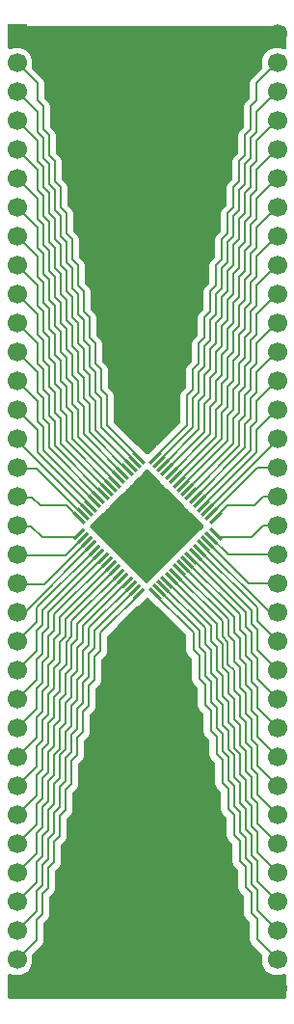
<source format=gtl>
G04 #@! TF.GenerationSoftware,KiCad,Pcbnew,9.0.6*
G04 #@! TF.CreationDate,2026-01-07T12:47:01-06:00*
G04 #@! TF.ProjectId,QFN-64_9x9_P0.5,51464e2d-3634-45f3-9978-395f50302e35,rev?*
G04 #@! TF.SameCoordinates,Original*
G04 #@! TF.FileFunction,Copper,L1,Top*
G04 #@! TF.FilePolarity,Positive*
%FSLAX46Y46*%
G04 Gerber Fmt 4.6, Leading zero omitted, Abs format (unit mm)*
G04 Created by KiCad (PCBNEW 9.0.6) date 2026-01-07 12:47:01*
%MOMM*%
%LPD*%
G01*
G04 APERTURE LIST*
G04 Aperture macros list*
%AMRotRect*
0 Rectangle, with rotation*
0 The origin of the aperture is its center*
0 $1 length*
0 $2 width*
0 $3 Rotation angle, in degrees counterclockwise*
0 Add horizontal line*
21,1,$1,$2,0,0,$3*%
G04 Aperture macros list end*
G04 #@! TA.AperFunction,SMDPad,CuDef*
%ADD10RotRect,0.300000X1.400000X45.000000*%
G04 #@! TD*
G04 #@! TA.AperFunction,SMDPad,CuDef*
%ADD11RotRect,0.300000X1.300000X315.000000*%
G04 #@! TD*
G04 #@! TA.AperFunction,SMDPad,CuDef*
%ADD12RotRect,0.300000X1.400000X315.000000*%
G04 #@! TD*
G04 #@! TA.AperFunction,ComponentPad*
%ADD13C,1.000000*%
G04 #@! TD*
G04 #@! TA.AperFunction,SMDPad,CuDef*
%ADD14RotRect,6.100000X6.100000X315.000000*%
G04 #@! TD*
G04 #@! TA.AperFunction,ComponentPad*
%ADD15R,1.700000X1.700000*%
G04 #@! TD*
G04 #@! TA.AperFunction,ComponentPad*
%ADD16C,1.700000*%
G04 #@! TD*
G04 #@! TA.AperFunction,ViaPad*
%ADD17C,0.600000*%
G04 #@! TD*
G04 #@! TA.AperFunction,Conductor*
%ADD18C,0.200000*%
G04 #@! TD*
G04 APERTURE END LIST*
D10*
X120704893Y-116925592D03*
X120351340Y-117279146D03*
X119997786Y-117632699D03*
X119644233Y-117986253D03*
X119290680Y-118339806D03*
X118937126Y-118693359D03*
X118583573Y-119046913D03*
X118230019Y-119400466D03*
X117876466Y-119754019D03*
X117522913Y-120107573D03*
X117169359Y-120461126D03*
X116815806Y-120814680D03*
X116462253Y-121168233D03*
X116108699Y-121521786D03*
X115755146Y-121875340D03*
X115401592Y-122228893D03*
D11*
X115401592Y-123643107D03*
X115755146Y-123996660D03*
X116108699Y-124350214D03*
X116462253Y-124703767D03*
X116815806Y-125057320D03*
X117169359Y-125410874D03*
X117522913Y-125764427D03*
X117876466Y-126117981D03*
X118230019Y-126471534D03*
X118583573Y-126825087D03*
X118937126Y-127178641D03*
X119290680Y-127532194D03*
X119644233Y-127885747D03*
X119997786Y-128239301D03*
X120351340Y-128592854D03*
X120704893Y-128946408D03*
D10*
X122119107Y-128946408D03*
X122472660Y-128592854D03*
X122826214Y-128239301D03*
X123179767Y-127885747D03*
X123533320Y-127532194D03*
X123886874Y-127178641D03*
X124240427Y-126825087D03*
X124593981Y-126471534D03*
X124947534Y-126117981D03*
X125301087Y-125764427D03*
X125654641Y-125410874D03*
X126008194Y-125057320D03*
X126361747Y-124703767D03*
X126715301Y-124350214D03*
X127068854Y-123996660D03*
X127422408Y-123643107D03*
D12*
X127422408Y-122228893D03*
X127068854Y-121875340D03*
X126715301Y-121521786D03*
X126361747Y-121168233D03*
X126008194Y-120814680D03*
X125654641Y-120461126D03*
X125301087Y-120107573D03*
X124947534Y-119754019D03*
X124593981Y-119400466D03*
X124240427Y-119046913D03*
X123886874Y-118693359D03*
X123533320Y-118339806D03*
X123179767Y-117986253D03*
X122826214Y-117632699D03*
X122472660Y-117279146D03*
X122119107Y-116925592D03*
D13*
X119997786Y-121521786D03*
X121412000Y-120107573D03*
X118583573Y-122936000D03*
X122826214Y-121521786D03*
X121412000Y-122936000D03*
D14*
X121412000Y-122936000D03*
D13*
X119997786Y-124350214D03*
X124240427Y-122936000D03*
X121412000Y-125764427D03*
X122826214Y-124350214D03*
D15*
X109982000Y-79756000D03*
D16*
X109982000Y-82296000D03*
X109982000Y-84836000D03*
X109982000Y-87376000D03*
X109982000Y-89916000D03*
X109982000Y-92456000D03*
X109982000Y-94996000D03*
X109982000Y-97536000D03*
X109982000Y-100076000D03*
X109982000Y-102616000D03*
X109982000Y-105156000D03*
X109982000Y-107696000D03*
X109982000Y-110236000D03*
X109982000Y-112776000D03*
X109982000Y-115316000D03*
X109982000Y-117856000D03*
X109982000Y-120396000D03*
X109982000Y-122936000D03*
X109982000Y-125476000D03*
X109982000Y-128016000D03*
X109982000Y-130556000D03*
X109982000Y-133096000D03*
X109982000Y-135636000D03*
X109982000Y-138176000D03*
X109982000Y-140716000D03*
X109982000Y-143256000D03*
X109982000Y-145796000D03*
X109982000Y-148336000D03*
X109982000Y-150876000D03*
X109982000Y-153416000D03*
X109982000Y-155956000D03*
X109982000Y-158496000D03*
X109982000Y-161036000D03*
X109982000Y-163576000D03*
X132842000Y-79756000D03*
X132842000Y-82296000D03*
X132842000Y-84836000D03*
X132842000Y-87376000D03*
X132842000Y-89916000D03*
X132842000Y-92456000D03*
X132842000Y-94996000D03*
X132842000Y-97536000D03*
X132842000Y-100076000D03*
X132842000Y-102616000D03*
X132842000Y-105156000D03*
X132842000Y-107696000D03*
X132842000Y-110236000D03*
X132842000Y-112776000D03*
X132842000Y-115316000D03*
X132842000Y-117856000D03*
X132842000Y-120396000D03*
X132842000Y-122936000D03*
X132842000Y-125476000D03*
X132842000Y-128016000D03*
X132842000Y-130556000D03*
X132842000Y-133096000D03*
X132842000Y-135636000D03*
X132842000Y-138176000D03*
X132842000Y-140716000D03*
X132842000Y-143256000D03*
X132842000Y-145796000D03*
X132842000Y-148336000D03*
X132842000Y-150876000D03*
X132842000Y-153416000D03*
X132842000Y-155956000D03*
X132842000Y-158496000D03*
X132842000Y-161036000D03*
X132842000Y-163576000D03*
D17*
X121412000Y-115316000D03*
X121412000Y-130556000D03*
X121400000Y-89510000D03*
X121410000Y-157340000D03*
D18*
X112776000Y-111506000D02*
X112268000Y-110998000D01*
X111760000Y-108712000D02*
X111760000Y-106934000D01*
X113284000Y-113792000D02*
X112776000Y-113284000D01*
X113284000Y-115868660D02*
X113284000Y-113792000D01*
X112268000Y-110998000D02*
X112268000Y-109220000D01*
X112776000Y-113284000D02*
X112776000Y-111506000D01*
X112268000Y-109220000D02*
X111760000Y-108712000D01*
X117735045Y-120319705D02*
X113284000Y-115868660D01*
X111760000Y-106934000D02*
X109982000Y-105156000D01*
X114300000Y-100584000D02*
X113792000Y-100076000D01*
X114300000Y-102362000D02*
X114300000Y-100584000D01*
X120209918Y-117844831D02*
X116840000Y-114474913D01*
X116332000Y-111506000D02*
X116332000Y-109728000D01*
X111760000Y-90932000D02*
X111760000Y-89154000D01*
X116840000Y-112014000D02*
X116332000Y-111506000D01*
X112268000Y-93218000D02*
X112268000Y-91440000D01*
X116332000Y-109728000D02*
X115824000Y-109220000D01*
X112776000Y-93726000D02*
X112268000Y-93218000D01*
X112776000Y-95504000D02*
X112776000Y-93726000D01*
X113284000Y-97790000D02*
X113284000Y-96012000D01*
X115316000Y-106934000D02*
X115316000Y-105156000D01*
X115316000Y-105156000D02*
X114808000Y-104648000D01*
X115824000Y-109220000D02*
X115824000Y-107442000D01*
X111760000Y-89154000D02*
X109982000Y-87376000D01*
X114808000Y-104648000D02*
X114808000Y-102870000D01*
X115824000Y-107442000D02*
X115316000Y-106934000D01*
X112268000Y-91440000D02*
X111760000Y-90932000D01*
X113792000Y-98298000D02*
X113284000Y-97790000D01*
X113792000Y-100076000D02*
X113792000Y-98298000D01*
X114808000Y-102870000D02*
X114300000Y-102362000D01*
X113284000Y-96012000D02*
X112776000Y-95504000D01*
X116840000Y-114474913D02*
X116840000Y-112014000D01*
X112268000Y-99060000D02*
X111760000Y-98552000D01*
X114808000Y-112268000D02*
X114808000Y-110490000D01*
X112776000Y-101346000D02*
X112268000Y-100838000D01*
X111760000Y-98552000D02*
X111760000Y-96774000D01*
X113284000Y-105410000D02*
X113284000Y-103632000D01*
X113792000Y-107696000D02*
X113792000Y-105918000D01*
X115316000Y-112776000D02*
X114808000Y-112268000D01*
X111760000Y-96774000D02*
X109982000Y-94996000D01*
X113792000Y-105918000D02*
X113284000Y-105410000D01*
X114808000Y-110490000D02*
X114300000Y-109982000D01*
X112776000Y-103124000D02*
X112776000Y-101346000D01*
X114300000Y-109982000D02*
X114300000Y-108204000D01*
X115316000Y-115072233D02*
X115316000Y-112776000D01*
X114300000Y-108204000D02*
X113792000Y-107696000D01*
X112268000Y-100838000D02*
X112268000Y-99060000D01*
X119149258Y-118905491D02*
X115316000Y-115072233D01*
X113284000Y-103632000D02*
X112776000Y-103124000D01*
X114300000Y-115470446D02*
X114300000Y-113284000D01*
X114300000Y-113284000D02*
X113792000Y-112776000D01*
X112776000Y-108204000D02*
X112776000Y-106426000D01*
X113792000Y-112776000D02*
X113792000Y-110998000D01*
X111760000Y-103632000D02*
X111760000Y-101854000D01*
X113284000Y-110490000D02*
X113284000Y-108712000D01*
X112268000Y-105918000D02*
X112268000Y-104140000D01*
X112268000Y-104140000D02*
X111760000Y-103632000D01*
X111760000Y-101854000D02*
X109982000Y-100076000D01*
X113284000Y-108712000D02*
X112776000Y-108204000D01*
X118442152Y-119612598D02*
X114300000Y-115470446D01*
X113792000Y-110998000D02*
X113284000Y-110490000D01*
X112776000Y-106426000D02*
X112268000Y-105918000D01*
X115316000Y-100076000D02*
X114808000Y-99568000D01*
X111760000Y-84074000D02*
X109982000Y-82296000D01*
X117856000Y-111506000D02*
X117348000Y-110998000D01*
X114808000Y-99568000D02*
X114808000Y-97790000D01*
X117348000Y-109220000D02*
X116840000Y-108712000D01*
X114808000Y-97790000D02*
X114300000Y-97282000D01*
X115316000Y-101854000D02*
X115316000Y-100076000D01*
X116840000Y-106934000D02*
X116332000Y-106426000D01*
X116840000Y-108712000D02*
X116840000Y-106934000D01*
X113284000Y-90932000D02*
X112776000Y-90424000D01*
X111760000Y-85598000D02*
X111760000Y-84074000D01*
X115824000Y-104140000D02*
X115824000Y-102362000D01*
X114300000Y-95504000D02*
X113792000Y-94996000D01*
X117348000Y-110998000D02*
X117348000Y-109220000D01*
X113792000Y-93218000D02*
X113284000Y-92710000D01*
X120917025Y-117137724D02*
X117856000Y-114076699D01*
X113792000Y-94996000D02*
X113792000Y-93218000D01*
X116332000Y-104648000D02*
X115824000Y-104140000D01*
X114300000Y-97282000D02*
X114300000Y-95504000D01*
X113284000Y-92710000D02*
X113284000Y-90932000D01*
X117856000Y-114076699D02*
X117856000Y-111506000D01*
X112268000Y-88138000D02*
X112268000Y-86106000D01*
X112776000Y-88646000D02*
X112268000Y-88138000D01*
X112776000Y-90424000D02*
X112776000Y-88646000D01*
X116332000Y-106426000D02*
X116332000Y-104648000D01*
X115824000Y-102362000D02*
X115316000Y-101854000D01*
X112268000Y-86106000D02*
X111760000Y-85598000D01*
X112268000Y-101600000D02*
X111760000Y-101092000D01*
X113792000Y-110236000D02*
X113792000Y-108458000D01*
X114300000Y-110744000D02*
X113792000Y-110236000D01*
X114300000Y-112522000D02*
X114300000Y-110744000D01*
X112268000Y-103378000D02*
X112268000Y-101600000D01*
X113284000Y-107950000D02*
X113284000Y-106172000D01*
X111760000Y-99314000D02*
X109982000Y-97536000D01*
X118795705Y-119259045D02*
X114808000Y-115271340D01*
X111760000Y-101092000D02*
X111760000Y-99314000D01*
X112776000Y-103886000D02*
X112268000Y-103378000D01*
X113284000Y-106172000D02*
X112776000Y-105664000D01*
X114808000Y-113030000D02*
X114300000Y-112522000D01*
X114808000Y-115271340D02*
X114808000Y-113030000D01*
X113792000Y-108458000D02*
X113284000Y-107950000D01*
X112776000Y-105664000D02*
X112776000Y-103886000D01*
X111760000Y-88392000D02*
X111760000Y-86614000D01*
X112268000Y-90678000D02*
X112268000Y-88900000D01*
X117348000Y-111760000D02*
X116840000Y-111252000D01*
X115316000Y-102616000D02*
X114808000Y-102108000D01*
X111760000Y-86614000D02*
X109982000Y-84836000D01*
X117348000Y-114275806D02*
X117348000Y-111760000D01*
X115824000Y-104902000D02*
X115316000Y-104394000D01*
X115824000Y-106680000D02*
X115824000Y-104902000D01*
X116332000Y-107188000D02*
X115824000Y-106680000D01*
X115316000Y-104394000D02*
X115316000Y-102616000D01*
X114808000Y-100330000D02*
X114300000Y-99822000D01*
X114808000Y-102108000D02*
X114808000Y-100330000D01*
X112776000Y-91186000D02*
X112268000Y-90678000D01*
X114300000Y-99822000D02*
X114300000Y-98044000D01*
X116332000Y-108966000D02*
X116332000Y-107188000D01*
X113284000Y-93472000D02*
X112776000Y-92964000D01*
X120563472Y-117491278D02*
X117348000Y-114275806D01*
X112268000Y-88900000D02*
X111760000Y-88392000D01*
X116840000Y-111252000D02*
X116840000Y-109474000D01*
X116840000Y-109474000D02*
X116332000Y-108966000D01*
X113792000Y-95758000D02*
X113284000Y-95250000D01*
X112776000Y-92964000D02*
X112776000Y-91186000D01*
X114300000Y-98044000D02*
X113792000Y-97536000D01*
X113284000Y-95250000D02*
X113284000Y-93472000D01*
X113792000Y-97536000D02*
X113792000Y-95758000D01*
X112428034Y-128018953D02*
X109967121Y-128018953D01*
X116305952Y-124141035D02*
X112428034Y-128018953D01*
X116659506Y-124494588D02*
X110595141Y-130558953D01*
X110595141Y-130558953D02*
X109967121Y-130558953D01*
X114260927Y-125478953D02*
X109967121Y-125478953D01*
X115952399Y-123787481D02*
X114260927Y-125478953D01*
X111760000Y-106172000D02*
X111760000Y-104394000D01*
X112776000Y-110744000D02*
X112776000Y-108966000D01*
X112776000Y-108966000D02*
X112268000Y-108458000D01*
X113792000Y-113538000D02*
X113284000Y-113030000D01*
X113284000Y-113030000D02*
X113284000Y-111252000D01*
X113284000Y-111252000D02*
X112776000Y-110744000D01*
X113792000Y-115669554D02*
X113792000Y-113538000D01*
X112268000Y-106680000D02*
X111760000Y-106172000D01*
X112268000Y-108458000D02*
X112268000Y-106680000D01*
X111760000Y-104394000D02*
X109982000Y-102616000D01*
X118088598Y-119966152D02*
X113792000Y-115669554D01*
X116305952Y-121736871D02*
X109967121Y-115398040D01*
X109967121Y-115398040D02*
X109967121Y-115318953D01*
X111745121Y-130116079D02*
X111745121Y-131320953D01*
X117013059Y-124848141D02*
X111745121Y-130116079D01*
X111745121Y-131320953D02*
X109967121Y-133098953D01*
X111254953Y-120398953D02*
X109967121Y-120398953D01*
X114312867Y-121158000D02*
X112014000Y-121158000D01*
X112014000Y-121158000D02*
X111254953Y-120398953D01*
X115598845Y-122443978D02*
X114312867Y-121158000D01*
X115952399Y-122090425D02*
X111720927Y-117858953D01*
X111720927Y-117858953D02*
X109967121Y-117858953D01*
X112250168Y-123952000D02*
X111237121Y-122938953D01*
X115598845Y-123433928D02*
X115080773Y-123952000D01*
X111237121Y-122938953D02*
X109967121Y-122938953D01*
X115080773Y-123952000D02*
X112250168Y-123952000D01*
X111760000Y-94234000D02*
X109982000Y-92456000D01*
X112268000Y-96520000D02*
X111760000Y-96012000D01*
X113284000Y-102870000D02*
X113284000Y-101092000D01*
X115824000Y-114873126D02*
X115824000Y-112522000D01*
X114300000Y-105664000D02*
X113792000Y-105156000D01*
X111760000Y-96012000D02*
X111760000Y-94234000D01*
X112776000Y-100584000D02*
X112776000Y-98806000D01*
X113792000Y-103378000D02*
X113284000Y-102870000D01*
X114808000Y-107950000D02*
X114300000Y-107442000D01*
X119502812Y-118551938D02*
X115824000Y-114873126D01*
X113792000Y-105156000D02*
X113792000Y-103378000D01*
X115824000Y-112522000D02*
X115316000Y-112014000D01*
X114300000Y-107442000D02*
X114300000Y-105664000D01*
X115316000Y-112014000D02*
X115316000Y-110236000D01*
X112268000Y-98298000D02*
X112268000Y-96520000D01*
X115316000Y-110236000D02*
X114808000Y-109728000D01*
X112776000Y-98806000D02*
X112268000Y-98298000D01*
X114808000Y-109728000D02*
X114808000Y-107950000D01*
X113284000Y-101092000D02*
X112776000Y-100584000D01*
X114808000Y-105410000D02*
X114300000Y-104902000D01*
X112776000Y-98044000D02*
X112776000Y-96266000D01*
X113284000Y-98552000D02*
X112776000Y-98044000D01*
X113284000Y-100330000D02*
X113284000Y-98552000D01*
X111760000Y-93472000D02*
X111760000Y-91694000D01*
X115824000Y-111760000D02*
X115824000Y-109982000D01*
X116332000Y-112268000D02*
X115824000Y-111760000D01*
X115316000Y-109474000D02*
X115316000Y-107696000D01*
X114300000Y-103124000D02*
X113792000Y-102616000D01*
X119856365Y-118198385D02*
X116332000Y-114674020D01*
X113792000Y-102616000D02*
X113792000Y-100838000D01*
X112776000Y-96266000D02*
X112268000Y-95758000D01*
X112268000Y-93980000D02*
X111760000Y-93472000D01*
X116332000Y-114674020D02*
X116332000Y-112268000D01*
X114808000Y-107188000D02*
X114808000Y-105410000D01*
X115316000Y-107696000D02*
X114808000Y-107188000D01*
X115824000Y-109982000D02*
X115316000Y-109474000D01*
X112268000Y-95758000D02*
X112268000Y-93980000D01*
X113792000Y-100838000D02*
X113284000Y-100330000D01*
X111760000Y-91694000D02*
X109982000Y-89916000D01*
X114300000Y-104902000D02*
X114300000Y-103124000D01*
X116674385Y-121380365D02*
X111760000Y-116465980D01*
X111760000Y-116465980D02*
X111760000Y-114554000D01*
X111760000Y-114554000D02*
X109982000Y-112776000D01*
X112268000Y-116266874D02*
X112268000Y-114300000D01*
X111760000Y-112014000D02*
X109982000Y-110236000D01*
X117027938Y-121026812D02*
X112268000Y-116266874D01*
X112268000Y-114300000D02*
X111760000Y-113792000D01*
X111760000Y-113792000D02*
X111760000Y-112014000D01*
X112268000Y-113538000D02*
X112268000Y-111760000D01*
X112268000Y-111760000D02*
X111760000Y-111252000D01*
X112776000Y-114046000D02*
X112268000Y-113538000D01*
X111760000Y-111252000D02*
X111760000Y-109474000D01*
X117381491Y-120673258D02*
X112776000Y-116067767D01*
X111760000Y-109474000D02*
X109982000Y-107696000D01*
X112776000Y-116067767D02*
X112776000Y-114046000D01*
X112253121Y-155196953D02*
X112253121Y-156974953D01*
X114285121Y-147830953D02*
X113777121Y-148338953D01*
X116825121Y-136400953D02*
X116317121Y-136908953D01*
X115809121Y-140972953D02*
X115301121Y-141480953D01*
X115301121Y-141480953D02*
X115301121Y-143004953D01*
X115809121Y-139194953D02*
X115809121Y-140972953D01*
X112761121Y-154688953D02*
X112253121Y-155196953D01*
X114793121Y-145544953D02*
X114285121Y-146052953D01*
X112761121Y-152910953D02*
X112761121Y-154688953D01*
X120902146Y-128737229D02*
X117333121Y-132306254D01*
X111745121Y-159260953D02*
X109967121Y-161038953D01*
X114793121Y-143512953D02*
X114793121Y-145544953D01*
X114285121Y-146052953D02*
X114285121Y-147830953D01*
X113777121Y-148338953D02*
X113777121Y-150116953D01*
X116825121Y-134368953D02*
X116825121Y-136400953D01*
X111745121Y-157482953D02*
X111745121Y-159260953D01*
X117333121Y-133860953D02*
X116825121Y-134368953D01*
X116317121Y-136908953D02*
X116317121Y-138686953D01*
X112253121Y-156974953D02*
X111745121Y-157482953D01*
X113269121Y-152402953D02*
X112761121Y-152910953D01*
X113777121Y-150116953D02*
X113269121Y-150624953D01*
X113269121Y-150624953D02*
X113269121Y-152402953D01*
X116317121Y-138686953D02*
X115809121Y-139194953D01*
X115301121Y-143004953D02*
X114793121Y-143512953D01*
X117333121Y-132306254D02*
X117333121Y-133860953D01*
X114793121Y-140464953D02*
X114285121Y-140972953D01*
X113777121Y-145036953D02*
X113269121Y-145544953D01*
X112761121Y-147830953D02*
X112761121Y-149608953D01*
X113269121Y-147322953D02*
X112761121Y-147830953D01*
X111745121Y-152402953D02*
X111745121Y-154180953D01*
X114285121Y-142554639D02*
X113777121Y-143062639D01*
X113269121Y-145544953D02*
X113269121Y-147322953D01*
X116317121Y-133352953D02*
X115809121Y-133860953D01*
X113777121Y-143062639D02*
X113777121Y-145036953D01*
X115809121Y-135892953D02*
X115301121Y-136400953D01*
X116317121Y-131908040D02*
X116317121Y-133352953D01*
X112253121Y-151894953D02*
X111745121Y-152402953D01*
X120195039Y-128030122D02*
X116317121Y-131908040D01*
X111745121Y-154180953D02*
X109967121Y-155958953D01*
X115809121Y-133860953D02*
X115809121Y-135892953D01*
X112761121Y-149608953D02*
X112253121Y-150116953D01*
X114285121Y-140972953D02*
X114285121Y-142554639D01*
X115301121Y-136400953D02*
X115301121Y-138178953D01*
X115301121Y-138178953D02*
X114793121Y-138686953D01*
X114793121Y-138686953D02*
X114793121Y-140464953D01*
X112253121Y-150116953D02*
X112253121Y-151894953D01*
X112253121Y-147576953D02*
X112253121Y-149354953D01*
X113777121Y-140718953D02*
X113777121Y-142496953D01*
X115809121Y-131708933D02*
X115809121Y-133098953D01*
X115301121Y-133606953D02*
X115301121Y-135638953D01*
X111745121Y-149862953D02*
X111745121Y-151640953D01*
X112253121Y-149354953D02*
X111745121Y-149862953D01*
X113269121Y-144782953D02*
X112761121Y-145290953D01*
X112761121Y-145290953D02*
X112761121Y-147068953D01*
X114285121Y-140210953D02*
X113777121Y-140718953D01*
X114285121Y-138432953D02*
X114285121Y-140210953D01*
X119841486Y-127676568D02*
X115809121Y-131708933D01*
X114793121Y-137924953D02*
X114285121Y-138432953D01*
X115809121Y-133098953D02*
X115301121Y-133606953D01*
X113777121Y-142496953D02*
X113269121Y-143004953D01*
X114793121Y-136146953D02*
X114793121Y-137924953D01*
X115301121Y-135638953D02*
X114793121Y-136146953D01*
X111745121Y-151640953D02*
X109967121Y-153418953D01*
X112761121Y-147068953D02*
X112253121Y-147576953D01*
X113269121Y-143004953D02*
X113269121Y-144782953D01*
X112253121Y-134876953D02*
X112253121Y-136654953D01*
X112761121Y-134368953D02*
X112253121Y-134876953D01*
X111745121Y-137162953D02*
X111745121Y-138940953D01*
X113269121Y-132082953D02*
X112761121Y-132590953D01*
X118073719Y-125908801D02*
X113269121Y-130713399D01*
X111745121Y-138940953D02*
X109967121Y-140718953D01*
X113269121Y-130713399D02*
X113269121Y-132082953D01*
X112253121Y-136654953D02*
X111745121Y-137162953D01*
X112761121Y-132590953D02*
X112761121Y-134368953D01*
X111745121Y-144782953D02*
X111745121Y-146560953D01*
X113269121Y-139702953D02*
X112761121Y-140210953D01*
X112761121Y-141988953D02*
X112253121Y-142496953D01*
X114313964Y-133127796D02*
X114313964Y-135102110D01*
X114793121Y-132648639D02*
X114313964Y-133127796D01*
X112253121Y-142496953D02*
X112253121Y-144274953D01*
X119134379Y-126969462D02*
X114793121Y-131310720D01*
X113777121Y-135638953D02*
X113777121Y-137416953D01*
X114313964Y-135102110D02*
X113777121Y-135638953D01*
X112253121Y-144274953D02*
X111745121Y-144782953D01*
X112761121Y-140210953D02*
X112761121Y-141988953D01*
X111745121Y-146560953D02*
X109967121Y-148338953D01*
X113777121Y-137416953D02*
X113269121Y-137924953D01*
X113269121Y-137924953D02*
X113269121Y-139702953D01*
X114793121Y-131310720D02*
X114793121Y-132648639D01*
X112761121Y-142750953D02*
X112761121Y-144528953D01*
X111745121Y-149100953D02*
X109967121Y-150878953D01*
X115301121Y-131509827D02*
X115301121Y-132844953D01*
X111745121Y-147322953D02*
X111745121Y-149100953D01*
X119487933Y-127323015D02*
X115301121Y-131509827D01*
X112253121Y-145036953D02*
X112253121Y-146814953D01*
X114285121Y-135892953D02*
X114285121Y-137670953D01*
X114285121Y-137670953D02*
X113777121Y-138178953D01*
X113777121Y-138178953D02*
X113777121Y-139956953D01*
X113269121Y-140464953D02*
X113269121Y-142242953D01*
X112253121Y-146814953D02*
X111745121Y-147322953D01*
X115301121Y-132844953D02*
X114793121Y-133352953D01*
X112761121Y-144528953D02*
X112253121Y-145036953D01*
X114793121Y-135384953D02*
X114285121Y-135892953D01*
X113777121Y-139956953D02*
X113269121Y-140464953D01*
X114793121Y-133352953D02*
X114793121Y-135384953D01*
X113269121Y-142242953D02*
X112761121Y-142750953D01*
X120548593Y-128383675D02*
X116825121Y-132107147D01*
X116317121Y-134114953D02*
X116317121Y-136146953D01*
X113269121Y-148084953D02*
X113269121Y-149862953D01*
X113777121Y-147576953D02*
X113269121Y-148084953D01*
X115301121Y-140718953D02*
X114793121Y-141226953D01*
X114285121Y-143258953D02*
X114285121Y-145290953D01*
X112761121Y-150370953D02*
X112761121Y-152148953D01*
X116317121Y-136146953D02*
X115809121Y-136654953D01*
X113777121Y-145798953D02*
X113777121Y-147576953D01*
X114793121Y-141226953D02*
X114793121Y-142750953D01*
X114285121Y-145290953D02*
X113777121Y-145798953D01*
X111745121Y-156720953D02*
X109967121Y-158498953D01*
X114793121Y-142750953D02*
X114285121Y-143258953D01*
X116825121Y-132107147D02*
X116825121Y-133606953D01*
X112253121Y-152656953D02*
X112253121Y-154434953D01*
X115809121Y-136654953D02*
X115809121Y-138432953D01*
X115301121Y-138940953D02*
X115301121Y-140718953D01*
X112253121Y-154434953D02*
X111745121Y-154942953D01*
X115809121Y-138432953D02*
X115301121Y-138940953D01*
X111745121Y-154942953D02*
X111745121Y-156720953D01*
X116825121Y-133606953D02*
X116317121Y-134114953D01*
X112761121Y-152148953D02*
X112253121Y-152656953D01*
X113269121Y-149862953D02*
X112761121Y-150370953D01*
X114285121Y-131111613D02*
X114285121Y-132590953D01*
X112761121Y-139448953D02*
X112253121Y-139956953D01*
X112253121Y-141734953D02*
X111745121Y-142242953D01*
X118780826Y-126615908D02*
X114285121Y-131111613D01*
X113777121Y-133098953D02*
X113777121Y-134876953D01*
X113269121Y-137162953D02*
X112761121Y-137670953D01*
X111745121Y-144020953D02*
X109967121Y-145798953D01*
X112253121Y-139956953D02*
X112253121Y-141734953D01*
X114285121Y-132590953D02*
X113777121Y-133098953D01*
X111745121Y-142242953D02*
X111745121Y-144020953D01*
X112761121Y-137670953D02*
X112761121Y-139448953D01*
X113269121Y-135384953D02*
X113269121Y-137162953D01*
X113777121Y-134876953D02*
X113269121Y-135384953D01*
X118427273Y-126262355D02*
X113777121Y-130912507D01*
X111745121Y-139702953D02*
X111745121Y-141480953D01*
X113777121Y-130912507D02*
X113777121Y-132336953D01*
X112253121Y-139194953D02*
X111745121Y-139702953D01*
X111745121Y-141480953D02*
X109967121Y-143258953D01*
X113269121Y-134622953D02*
X112761121Y-135130953D01*
X112761121Y-136908953D02*
X112253121Y-137416953D01*
X112253121Y-137416953D02*
X112253121Y-139194953D01*
X112761121Y-135130953D02*
X112761121Y-136908953D01*
X113269121Y-132844953D02*
X113269121Y-134622953D01*
X113777121Y-132336953D02*
X113269121Y-132844953D01*
X112253121Y-130315186D02*
X112253121Y-131574953D01*
X117366612Y-125201695D02*
X112253121Y-130315186D01*
X111745121Y-133860953D02*
X109967121Y-135638953D01*
X111745121Y-132082953D02*
X111745121Y-133860953D01*
X112253121Y-131574953D02*
X111745121Y-132082953D01*
X111745121Y-134622953D02*
X111745121Y-136400953D01*
X111745121Y-136400953D02*
X109967121Y-138178953D01*
X112761121Y-131828953D02*
X112253121Y-132336953D01*
X112253121Y-134114953D02*
X111745121Y-134622953D01*
X112253121Y-132336953D02*
X112253121Y-134114953D01*
X112761121Y-130514293D02*
X112761121Y-131828953D01*
X117720166Y-125555248D02*
X112761121Y-130514293D01*
X132213980Y-130556000D02*
X132842000Y-130556000D01*
X126149615Y-124491635D02*
X132213980Y-130556000D01*
X126982772Y-112515002D02*
X127490772Y-112007002D01*
X129522772Y-102863002D02*
X129522772Y-101085002D01*
X129522772Y-101085002D02*
X130030772Y-100577002D01*
X131046772Y-94227002D02*
X132824772Y-92449002D01*
X130030772Y-100577002D02*
X130030772Y-98799002D01*
X129014772Y-103371002D02*
X129522772Y-102863002D01*
X126982772Y-114866128D02*
X126982772Y-112515002D01*
X128506772Y-105657002D02*
X129014772Y-105149002D01*
X131046772Y-96005002D02*
X131046772Y-94227002D01*
X127998772Y-107943002D02*
X128506772Y-107435002D01*
X127998772Y-109721002D02*
X127998772Y-107943002D01*
X129014772Y-105149002D02*
X129014772Y-103371002D01*
X128506772Y-107435002D02*
X128506772Y-105657002D01*
X130538772Y-98291002D02*
X130538772Y-96513002D01*
X123303960Y-118544940D02*
X126982772Y-114866128D01*
X127490772Y-110229002D02*
X127998772Y-109721002D01*
X127490772Y-112007002D02*
X127490772Y-110229002D01*
X130030772Y-98799002D02*
X130538772Y-98291002D01*
X130538772Y-96513002D02*
X131046772Y-96005002D01*
X128548194Y-125476000D02*
X132842000Y-125476000D01*
X126856722Y-123784528D02*
X128548194Y-125476000D01*
X129540000Y-139700000D02*
X130048000Y-140208000D01*
X128495157Y-135099157D02*
X129032000Y-135636000D01*
X128016000Y-132645686D02*
X128495157Y-133124843D01*
X129032000Y-135636000D02*
X129032000Y-137414000D01*
X130556000Y-142494000D02*
X130556000Y-144272000D01*
X131064000Y-144780000D02*
X131064000Y-146558000D01*
X128016000Y-131307767D02*
X128016000Y-132645686D01*
X130048000Y-141986000D02*
X130556000Y-142494000D01*
X123674742Y-126966509D02*
X128016000Y-131307767D01*
X130556000Y-144272000D02*
X131064000Y-144780000D01*
X131064000Y-146558000D02*
X132842000Y-148336000D01*
X129032000Y-137414000D02*
X129540000Y-137922000D01*
X128495157Y-133124843D02*
X128495157Y-135099157D01*
X129540000Y-137922000D02*
X129540000Y-139700000D01*
X130048000Y-140208000D02*
X130048000Y-141986000D01*
X130030772Y-111499002D02*
X130538772Y-110991002D01*
X131046772Y-108705002D02*
X131046772Y-106927002D01*
X129522772Y-115861662D02*
X129522772Y-113785002D01*
X129522772Y-113785002D02*
X130030772Y-113277002D01*
X130538772Y-110991002D02*
X130538772Y-109213002D01*
X130538772Y-109213002D02*
X131046772Y-108705002D01*
X131046772Y-106927002D02*
X132824772Y-105149002D01*
X130030772Y-113277002D02*
X130030772Y-111499002D01*
X125071727Y-120312707D02*
X129522772Y-115861662D01*
X130381087Y-128016000D02*
X132842000Y-128016000D01*
X126503169Y-124138082D02*
X130381087Y-128016000D01*
X130556000Y-147574000D02*
X130556000Y-149352000D01*
X127508000Y-133604000D02*
X127508000Y-135636000D01*
X127000000Y-131705980D02*
X127000000Y-133096000D01*
X131064000Y-149860000D02*
X131064000Y-151638000D01*
X129540000Y-143002000D02*
X129540000Y-144780000D01*
X122967635Y-127673615D02*
X127000000Y-131705980D01*
X130556000Y-149352000D02*
X131064000Y-149860000D01*
X130048000Y-145288000D02*
X130048000Y-147066000D01*
X128016000Y-136144000D02*
X128016000Y-137922000D01*
X127508000Y-135636000D02*
X128016000Y-136144000D01*
X130048000Y-147066000D02*
X130556000Y-147574000D01*
X129540000Y-144780000D02*
X130048000Y-145288000D01*
X127000000Y-133096000D02*
X127508000Y-133604000D01*
X129032000Y-140716000D02*
X129032000Y-142494000D01*
X131064000Y-151638000D02*
X132842000Y-153416000D01*
X128524000Y-138430000D02*
X128524000Y-140208000D01*
X128016000Y-137922000D02*
X128524000Y-138430000D01*
X128524000Y-140208000D02*
X129032000Y-140716000D01*
X129032000Y-142494000D02*
X129540000Y-143002000D01*
X126132387Y-121373367D02*
X131046772Y-116458982D01*
X131046772Y-114547002D02*
X132824772Y-112769002D01*
X131046772Y-116458982D02*
X131046772Y-114547002D01*
X121906975Y-128734276D02*
X125476000Y-132303301D01*
X129540000Y-150622000D02*
X129540000Y-152400000D01*
X129032000Y-148336000D02*
X129032000Y-150114000D01*
X127000000Y-139192000D02*
X127000000Y-140970000D01*
X129032000Y-150114000D02*
X129540000Y-150622000D01*
X125476000Y-132303301D02*
X125476000Y-133858000D01*
X131064000Y-159258000D02*
X132842000Y-161036000D01*
X131064000Y-157480000D02*
X131064000Y-159258000D01*
X130556000Y-156972000D02*
X131064000Y-157480000D01*
X128016000Y-145542000D02*
X128524000Y-146050000D01*
X127000000Y-140970000D02*
X127508000Y-141478000D01*
X125476000Y-133858000D02*
X125984000Y-134366000D01*
X129540000Y-152400000D02*
X130048000Y-152908000D01*
X127508000Y-141478000D02*
X127508000Y-143002000D01*
X125984000Y-134366000D02*
X125984000Y-136398000D01*
X127508000Y-143002000D02*
X128016000Y-143510000D01*
X126492000Y-136906000D02*
X126492000Y-138684000D01*
X126492000Y-138684000D02*
X127000000Y-139192000D01*
X130048000Y-152908000D02*
X130048000Y-154686000D01*
X130556000Y-155194000D02*
X130556000Y-156972000D01*
X128524000Y-147828000D02*
X129032000Y-148336000D01*
X130048000Y-154686000D02*
X130556000Y-155194000D01*
X128524000Y-146050000D02*
X128524000Y-147828000D01*
X128016000Y-143510000D02*
X128016000Y-145542000D01*
X125984000Y-136398000D02*
X126492000Y-136906000D01*
X127490772Y-105149002D02*
X127998772Y-104641002D01*
X131046772Y-89147002D02*
X132824772Y-87369002D01*
X122596854Y-117837833D02*
X125966772Y-114467915D01*
X126982772Y-109213002D02*
X126982772Y-107435002D01*
X129014772Y-100069002D02*
X129014772Y-98291002D01*
X126982772Y-107435002D02*
X127490772Y-106927002D01*
X130538772Y-93211002D02*
X130538772Y-91433002D01*
X126474772Y-109721002D02*
X126982772Y-109213002D01*
X130538772Y-91433002D02*
X131046772Y-90925002D01*
X128506772Y-100577002D02*
X129014772Y-100069002D01*
X125966772Y-114467915D02*
X125966772Y-112007002D01*
X125966772Y-112007002D02*
X126474772Y-111499002D01*
X127998772Y-104641002D02*
X127998772Y-102863002D01*
X127998772Y-102863002D02*
X128506772Y-102355002D01*
X128506772Y-102355002D02*
X128506772Y-100577002D01*
X126474772Y-111499002D02*
X126474772Y-109721002D01*
X129522772Y-97783002D02*
X129522772Y-96005002D01*
X129014772Y-98291002D02*
X129522772Y-97783002D01*
X131046772Y-90925002D02*
X131046772Y-89147002D01*
X129522772Y-96005002D02*
X130030772Y-95497002D01*
X130030772Y-93719002D02*
X130538772Y-93211002D01*
X130030772Y-95497002D02*
X130030772Y-93719002D01*
X127490772Y-106927002D02*
X127490772Y-105149002D01*
X127508000Y-131506874D02*
X127508000Y-132842000D01*
X128016000Y-135382000D02*
X128524000Y-135890000D01*
X127508000Y-132842000D02*
X128016000Y-133350000D01*
X130048000Y-142748000D02*
X130048000Y-144526000D01*
X129032000Y-138176000D02*
X129032000Y-139954000D01*
X128524000Y-137668000D02*
X129032000Y-138176000D01*
X128016000Y-133350000D02*
X128016000Y-135382000D01*
X128524000Y-135890000D02*
X128524000Y-137668000D01*
X123321188Y-127320062D02*
X127508000Y-131506874D01*
X129032000Y-139954000D02*
X129540000Y-140462000D01*
X131064000Y-149098000D02*
X132842000Y-150876000D01*
X131064000Y-147320000D02*
X131064000Y-149098000D01*
X129540000Y-142240000D02*
X130048000Y-142748000D01*
X130556000Y-145034000D02*
X130556000Y-146812000D01*
X129540000Y-140462000D02*
X129540000Y-142240000D01*
X130556000Y-146812000D02*
X131064000Y-147320000D01*
X130048000Y-144526000D02*
X130556000Y-145034000D01*
X130538772Y-106673002D02*
X131046772Y-106165002D01*
X131046772Y-104387002D02*
X132824772Y-102609002D01*
X131046772Y-106165002D02*
X131046772Y-104387002D01*
X129014772Y-115662556D02*
X129014772Y-113531002D01*
X129522772Y-111245002D02*
X130030772Y-110737002D01*
X130030772Y-110737002D02*
X130030772Y-108959002D01*
X129522772Y-113023002D02*
X129522772Y-111245002D01*
X130538772Y-108451002D02*
X130538772Y-106673002D01*
X130030772Y-108959002D02*
X130538772Y-108451002D01*
X129014772Y-113531002D02*
X129522772Y-113023002D01*
X124718174Y-119959154D02*
X129014772Y-115662556D01*
X130048000Y-130511340D02*
X130048000Y-131826000D01*
X131064000Y-134620000D02*
X131064000Y-136398000D01*
X130556000Y-132334000D02*
X130556000Y-134112000D01*
X130556000Y-134112000D02*
X131064000Y-134620000D01*
X131064000Y-136398000D02*
X132842000Y-138176000D01*
X130048000Y-131826000D02*
X130556000Y-132334000D01*
X125088955Y-125552295D02*
X130048000Y-130511340D01*
X130048000Y-135128000D02*
X130048000Y-136906000D01*
X130556000Y-139192000D02*
X131064000Y-139700000D01*
X131064000Y-139700000D02*
X131064000Y-141478000D01*
X129540000Y-132842000D02*
X129540000Y-134620000D01*
X129032000Y-132334000D02*
X129540000Y-132842000D01*
X129032000Y-130909554D02*
X129032000Y-132334000D01*
X130048000Y-136906000D02*
X130556000Y-137414000D01*
X130556000Y-137414000D02*
X130556000Y-139192000D01*
X129540000Y-134620000D02*
X130048000Y-135128000D01*
X131064000Y-141478000D02*
X132842000Y-143256000D01*
X124381848Y-126259402D02*
X129032000Y-130909554D01*
X127731301Y-123952000D02*
X130556000Y-123952000D01*
X130556000Y-123952000D02*
X131572000Y-122936000D01*
X127210276Y-123430975D02*
X127731301Y-123952000D01*
X131572000Y-122936000D02*
X132842000Y-122936000D01*
X124028295Y-126612955D02*
X128524000Y-131108660D01*
X130556000Y-141732000D02*
X131064000Y-142240000D01*
X128524000Y-132588000D02*
X129032000Y-133096000D01*
X130048000Y-137668000D02*
X130048000Y-139446000D01*
X128524000Y-131108660D02*
X128524000Y-132588000D01*
X130048000Y-139446000D02*
X130556000Y-139954000D01*
X131064000Y-142240000D02*
X131064000Y-144018000D01*
X129540000Y-137160000D02*
X130048000Y-137668000D01*
X130556000Y-139954000D02*
X130556000Y-141732000D01*
X129540000Y-135382000D02*
X129540000Y-137160000D01*
X131064000Y-144018000D02*
X132842000Y-145796000D01*
X129032000Y-133096000D02*
X129032000Y-134874000D01*
X129032000Y-134874000D02*
X129540000Y-135382000D01*
X126854373Y-122083427D02*
X131085845Y-117851955D01*
X131085845Y-117851955D02*
X132839651Y-117851955D01*
X131064000Y-133858000D02*
X132842000Y-135636000D01*
X131064000Y-132080000D02*
X131064000Y-133858000D01*
X125442509Y-125198742D02*
X130556000Y-130312233D01*
X130556000Y-131572000D02*
X131064000Y-132080000D01*
X130556000Y-130312233D02*
X130556000Y-131572000D01*
X126474772Y-104641002D02*
X126982772Y-104133002D01*
X125458772Y-109213002D02*
X125966772Y-108705002D01*
X130030772Y-90417002D02*
X130030772Y-88639002D01*
X126474772Y-106419002D02*
X126474772Y-104641002D01*
X127998772Y-99561002D02*
X127998772Y-97783002D01*
X127998772Y-97783002D02*
X128506772Y-97275002D01*
X129522772Y-92703002D02*
X129522772Y-90925002D01*
X125458772Y-110991002D02*
X125458772Y-109213002D01*
X127490772Y-101847002D02*
X127490772Y-100069002D01*
X130030772Y-88639002D02*
X130538772Y-88131002D01*
X125966772Y-108705002D02*
X125966772Y-106927002D01*
X129014772Y-93211002D02*
X129522772Y-92703002D01*
X127490772Y-100069002D02*
X127998772Y-99561002D01*
X131046772Y-85591002D02*
X131046772Y-84067002D01*
X130538772Y-88131002D02*
X130538772Y-86099002D01*
X129014772Y-94989002D02*
X129014772Y-93211002D01*
X126982772Y-102355002D02*
X127490772Y-101847002D01*
X125966772Y-106927002D02*
X126474772Y-106419002D01*
X124950772Y-111499002D02*
X125458772Y-110991002D01*
X124950772Y-114069701D02*
X124950772Y-111499002D01*
X121889747Y-117130726D02*
X124950772Y-114069701D01*
X130538772Y-86099002D02*
X131046772Y-85591002D01*
X129522772Y-90925002D02*
X130030772Y-90417002D01*
X128506772Y-95497002D02*
X129014772Y-94989002D01*
X126982772Y-104133002D02*
X126982772Y-102355002D01*
X131046772Y-84067002D02*
X132824772Y-82289002D01*
X128506772Y-97275002D02*
X128506772Y-95497002D01*
X131064000Y-131318000D02*
X132842000Y-133096000D01*
X131064000Y-130113126D02*
X131064000Y-131318000D01*
X125796062Y-124845188D02*
X131064000Y-130113126D01*
X127998772Y-100323002D02*
X128506772Y-99815002D01*
X128506772Y-99815002D02*
X128506772Y-98037002D01*
X125966772Y-111245002D02*
X125966772Y-109467002D01*
X129522772Y-95243002D02*
X129522772Y-93465002D01*
X129522772Y-93465002D02*
X130030772Y-92957002D01*
X127490772Y-102609002D02*
X127998772Y-102101002D01*
X131046772Y-86607002D02*
X132824772Y-84829002D01*
X127490772Y-104387002D02*
X127490772Y-102609002D01*
X130538772Y-88893002D02*
X131046772Y-88385002D01*
X125458772Y-114268808D02*
X125458772Y-111753002D01*
X130030772Y-91179002D02*
X130538772Y-90671002D01*
X130538772Y-90671002D02*
X130538772Y-88893002D01*
X126982772Y-104895002D02*
X127490772Y-104387002D01*
X125458772Y-111753002D02*
X125966772Y-111245002D01*
X125966772Y-109467002D02*
X126474772Y-108959002D01*
X127998772Y-102101002D02*
X127998772Y-100323002D01*
X129014772Y-97529002D02*
X129014772Y-95751002D01*
X126474772Y-107181002D02*
X126982772Y-106673002D01*
X126982772Y-106673002D02*
X126982772Y-104895002D01*
X128506772Y-98037002D02*
X129014772Y-97529002D01*
X122243300Y-117484280D02*
X125458772Y-114268808D01*
X131046772Y-88385002D02*
X131046772Y-86607002D01*
X129014772Y-95751002D02*
X129522772Y-95243002D01*
X126474772Y-108959002D02*
X126474772Y-107181002D01*
X130030772Y-92957002D02*
X130030772Y-91179002D01*
X130538772Y-116259876D02*
X130538772Y-114293002D01*
X125778834Y-121019814D02*
X130538772Y-116259876D01*
X131046772Y-113785002D02*
X131046772Y-112007002D01*
X130538772Y-114293002D02*
X131046772Y-113785002D01*
X131046772Y-112007002D02*
X132824772Y-110229002D01*
X131046772Y-96767002D02*
X132824772Y-94989002D01*
X128506772Y-108197002D02*
X129014772Y-107689002D01*
X128506772Y-109975002D02*
X128506772Y-108197002D01*
X127998772Y-110483002D02*
X128506772Y-109975002D01*
X129014772Y-105911002D02*
X129522772Y-105403002D01*
X129522772Y-105403002D02*
X129522772Y-103625002D01*
X130538772Y-100831002D02*
X130538772Y-99053002D01*
X127490772Y-112769002D02*
X127998772Y-112261002D01*
X127490772Y-115065235D02*
X127490772Y-112769002D01*
X127998772Y-112261002D02*
X127998772Y-110483002D01*
X129522772Y-103625002D02*
X130030772Y-103117002D01*
X129014772Y-107689002D02*
X129014772Y-105911002D01*
X130538772Y-99053002D02*
X131046772Y-98545002D01*
X131046772Y-98545002D02*
X131046772Y-96767002D01*
X130030772Y-103117002D02*
X130030772Y-101339002D01*
X130030772Y-101339002D02*
X130538772Y-100831002D01*
X123657514Y-118898493D02*
X127490772Y-115065235D01*
X127207927Y-122436980D02*
X128505453Y-121139453D01*
X131572000Y-120391955D02*
X132839651Y-120391955D01*
X128505453Y-121139453D02*
X130824502Y-121139453D01*
X130824502Y-121139453D02*
X131572000Y-120391955D01*
X128506772Y-103117002D02*
X129014772Y-102609002D01*
X129014772Y-100831002D02*
X129522772Y-100323002D01*
X130538772Y-95751002D02*
X130538772Y-93973002D01*
X131046772Y-93465002D02*
X131046772Y-91687002D01*
X129522772Y-98545002D02*
X130030772Y-98037002D01*
X127490772Y-107689002D02*
X127998772Y-107181002D01*
X126474772Y-114667022D02*
X126474772Y-112261002D01*
X129014772Y-102609002D02*
X129014772Y-100831002D01*
X130030772Y-96259002D02*
X130538772Y-95751002D01*
X128506772Y-104895002D02*
X128506772Y-103117002D01*
X127998772Y-107181002D02*
X127998772Y-105403002D01*
X127998772Y-105403002D02*
X128506772Y-104895002D01*
X122950407Y-118191387D02*
X126474772Y-114667022D01*
X131046772Y-91687002D02*
X132824772Y-89909002D01*
X130030772Y-98037002D02*
X130030772Y-96259002D01*
X126982772Y-109975002D02*
X127490772Y-109467002D01*
X129522772Y-100323002D02*
X129522772Y-98545002D01*
X126474772Y-112261002D02*
X126982772Y-111753002D01*
X127490772Y-109467002D02*
X127490772Y-107689002D01*
X126982772Y-111753002D02*
X126982772Y-109975002D01*
X130538772Y-93973002D02*
X131046772Y-93465002D01*
X129540000Y-132080000D02*
X130048000Y-132588000D01*
X124735402Y-125905848D02*
X129540000Y-130710446D01*
X130556000Y-136652000D02*
X131064000Y-137160000D01*
X131064000Y-138938000D02*
X132842000Y-140716000D01*
X130048000Y-132588000D02*
X130048000Y-134366000D01*
X129540000Y-130710446D02*
X129540000Y-132080000D01*
X130048000Y-134366000D02*
X130556000Y-134874000D01*
X130556000Y-134874000D02*
X130556000Y-136652000D01*
X131064000Y-137160000D02*
X131064000Y-138938000D01*
X132839651Y-115391042D02*
X132839651Y-115311955D01*
X126500820Y-121729873D02*
X132839651Y-115391042D01*
X128524000Y-143256000D02*
X128524000Y-145288000D01*
X130556000Y-152654000D02*
X130556000Y-154432000D01*
X127000000Y-136652000D02*
X127000000Y-138430000D01*
X127508000Y-140716000D02*
X128016000Y-141224000D01*
X130048000Y-150368000D02*
X130048000Y-152146000D01*
X126492000Y-136144000D02*
X127000000Y-136652000D01*
X128016000Y-141224000D02*
X128016000Y-142748000D01*
X125984000Y-133604000D02*
X126492000Y-134112000D01*
X131064000Y-154940000D02*
X131064000Y-156718000D01*
X127000000Y-138430000D02*
X127508000Y-138938000D01*
X126492000Y-134112000D02*
X126492000Y-136144000D01*
X128524000Y-145288000D02*
X129032000Y-145796000D01*
X128016000Y-142748000D02*
X128524000Y-143256000D01*
X130048000Y-152146000D02*
X130556000Y-152654000D01*
X129032000Y-147574000D02*
X129540000Y-148082000D01*
X125984000Y-132104194D02*
X125984000Y-133604000D01*
X129540000Y-148082000D02*
X129540000Y-149860000D01*
X122260528Y-128380722D02*
X125984000Y-132104194D01*
X131064000Y-156718000D02*
X132842000Y-158496000D01*
X127508000Y-138938000D02*
X127508000Y-140716000D01*
X129032000Y-145796000D02*
X129032000Y-147574000D01*
X130556000Y-154432000D02*
X131064000Y-154940000D01*
X129540000Y-149860000D02*
X130048000Y-150368000D01*
X130030772Y-114039002D02*
X130538772Y-113531002D01*
X130538772Y-113531002D02*
X130538772Y-111753002D01*
X130538772Y-111753002D02*
X131046772Y-111245002D01*
X131046772Y-111245002D02*
X131046772Y-109467002D01*
X131046772Y-109467002D02*
X132824772Y-107689002D01*
X125425281Y-120666260D02*
X130030772Y-116060769D01*
X130030772Y-116060769D02*
X130030772Y-114039002D01*
X128506772Y-110737002D02*
X129014772Y-110229002D01*
X129014772Y-110229002D02*
X129014772Y-108451002D01*
X127998772Y-115264342D02*
X127998772Y-113023002D01*
X124011067Y-119252047D02*
X127998772Y-115264342D01*
X130538772Y-103371002D02*
X130538772Y-101593002D01*
X130538772Y-101593002D02*
X131046772Y-101085002D01*
X131046772Y-99307002D02*
X132824772Y-97529002D01*
X129522772Y-106165002D02*
X130030772Y-105657002D01*
X129014772Y-108451002D02*
X129522772Y-107943002D01*
X130030772Y-103879002D02*
X130538772Y-103371002D01*
X129522772Y-107943002D02*
X129522772Y-106165002D01*
X130030772Y-105657002D02*
X130030772Y-103879002D01*
X131046772Y-101085002D02*
X131046772Y-99307002D01*
X127998772Y-113023002D02*
X128506772Y-112515002D01*
X128506772Y-112515002D02*
X128506772Y-110737002D01*
X128506772Y-115463448D02*
X128506772Y-113277002D01*
X130538772Y-105911002D02*
X130538772Y-104133002D01*
X131046772Y-101847002D02*
X132824772Y-100069002D01*
X129522772Y-110483002D02*
X129522772Y-108705002D01*
X129522772Y-108705002D02*
X130030772Y-108197002D01*
X130030772Y-106419002D02*
X130538772Y-105911002D01*
X128506772Y-113277002D02*
X129014772Y-112769002D01*
X129014772Y-110991002D02*
X129522772Y-110483002D01*
X131046772Y-103625002D02*
X131046772Y-101847002D01*
X130538772Y-104133002D02*
X131046772Y-103625002D01*
X130030772Y-108197002D02*
X130030772Y-106419002D01*
X124364620Y-119605600D02*
X128506772Y-115463448D01*
X129014772Y-112769002D02*
X129014772Y-110991002D01*
X126492000Y-131905087D02*
X126492000Y-133350000D01*
X130556000Y-151892000D02*
X131064000Y-152400000D01*
X130048000Y-149606000D02*
X130556000Y-150114000D01*
X128524000Y-140970000D02*
X128524000Y-142551686D01*
X131064000Y-154178000D02*
X132842000Y-155956000D01*
X127508000Y-138176000D02*
X128016000Y-138684000D01*
X129540000Y-147320000D02*
X130048000Y-147828000D01*
X129540000Y-145542000D02*
X129540000Y-147320000D01*
X129032000Y-143059686D02*
X129032000Y-145034000D01*
X127000000Y-133858000D02*
X127000000Y-135890000D01*
X130048000Y-147828000D02*
X130048000Y-149606000D01*
X127000000Y-135890000D02*
X127508000Y-136398000D01*
X130556000Y-150114000D02*
X130556000Y-151892000D01*
X129032000Y-145034000D02*
X129540000Y-145542000D01*
X127508000Y-136398000D02*
X127508000Y-138176000D01*
X122614082Y-128027169D02*
X126492000Y-131905087D01*
X128016000Y-140462000D02*
X128524000Y-140970000D01*
X128016000Y-138684000D02*
X128016000Y-140462000D01*
X128524000Y-142551686D02*
X129032000Y-143059686D01*
X131064000Y-152400000D02*
X131064000Y-154178000D01*
X126492000Y-133350000D02*
X127000000Y-133858000D01*
G04 #@! TA.AperFunction,Conductor*
G36*
X121455332Y-129218426D02*
G01*
X121499680Y-129246927D01*
X122187960Y-129935206D01*
X122234643Y-129972826D01*
X122234644Y-129972826D01*
X122234646Y-129972828D01*
X122327759Y-130015352D01*
X122363928Y-130040465D01*
X124839181Y-132515717D01*
X124872666Y-132577040D01*
X124875500Y-132603398D01*
X124875500Y-133771330D01*
X124875499Y-133771348D01*
X124875499Y-133937054D01*
X124875498Y-133937054D01*
X124885844Y-133975663D01*
X124916423Y-134089785D01*
X124918128Y-134092738D01*
X124918129Y-134092739D01*
X124918129Y-134092740D01*
X124995477Y-134226712D01*
X124995481Y-134226717D01*
X125114349Y-134345585D01*
X125114355Y-134345590D01*
X125347181Y-134578416D01*
X125380666Y-134639739D01*
X125383500Y-134666097D01*
X125383500Y-136311330D01*
X125383499Y-136311348D01*
X125383499Y-136477054D01*
X125383498Y-136477054D01*
X125393844Y-136515663D01*
X125424423Y-136629785D01*
X125426128Y-136632738D01*
X125426129Y-136632739D01*
X125426129Y-136632740D01*
X125503477Y-136766712D01*
X125503481Y-136766717D01*
X125622349Y-136885585D01*
X125622355Y-136885590D01*
X125855181Y-137118416D01*
X125888666Y-137179739D01*
X125891500Y-137206097D01*
X125891500Y-138597330D01*
X125891499Y-138597348D01*
X125891499Y-138763054D01*
X125891498Y-138763054D01*
X125901844Y-138801663D01*
X125932423Y-138915785D01*
X125934128Y-138918738D01*
X125934129Y-138918739D01*
X125934129Y-138918740D01*
X126011477Y-139052712D01*
X126011481Y-139052717D01*
X126130349Y-139171585D01*
X126130355Y-139171590D01*
X126363181Y-139404416D01*
X126396666Y-139465739D01*
X126399500Y-139492097D01*
X126399500Y-140883330D01*
X126399499Y-140883348D01*
X126399499Y-141049054D01*
X126399498Y-141049054D01*
X126440423Y-141201785D01*
X126466074Y-141246214D01*
X126466076Y-141246216D01*
X126519479Y-141338714D01*
X126519481Y-141338717D01*
X126638349Y-141457585D01*
X126638355Y-141457590D01*
X126871181Y-141690416D01*
X126904666Y-141751739D01*
X126907500Y-141778097D01*
X126907500Y-142915330D01*
X126907499Y-142915348D01*
X126907499Y-143081054D01*
X126907498Y-143081054D01*
X126917844Y-143119663D01*
X126948423Y-143233785D01*
X126950128Y-143236738D01*
X126950129Y-143236739D01*
X126950129Y-143236740D01*
X127027477Y-143370712D01*
X127027481Y-143370717D01*
X127146349Y-143489585D01*
X127146355Y-143489590D01*
X127379181Y-143722416D01*
X127412666Y-143783739D01*
X127415500Y-143810097D01*
X127415500Y-145455330D01*
X127415499Y-145455348D01*
X127415499Y-145621054D01*
X127415498Y-145621054D01*
X127425844Y-145659663D01*
X127456423Y-145773785D01*
X127458128Y-145776738D01*
X127458129Y-145776739D01*
X127458129Y-145776740D01*
X127535477Y-145910712D01*
X127535481Y-145910717D01*
X127654349Y-146029585D01*
X127654355Y-146029590D01*
X127887181Y-146262416D01*
X127920666Y-146323739D01*
X127923500Y-146350097D01*
X127923500Y-147741330D01*
X127923499Y-147741348D01*
X127923499Y-147907054D01*
X127923498Y-147907054D01*
X127933844Y-147945663D01*
X127964423Y-148059785D01*
X127966128Y-148062738D01*
X127966129Y-148062739D01*
X127966129Y-148062740D01*
X128043477Y-148196712D01*
X128043481Y-148196717D01*
X128162349Y-148315585D01*
X128162355Y-148315590D01*
X128395181Y-148548416D01*
X128428666Y-148609739D01*
X128431500Y-148636097D01*
X128431500Y-150027330D01*
X128431499Y-150027348D01*
X128431499Y-150193054D01*
X128431498Y-150193054D01*
X128441844Y-150231663D01*
X128472423Y-150345785D01*
X128474128Y-150348738D01*
X128474129Y-150348739D01*
X128474129Y-150348740D01*
X128551477Y-150482712D01*
X128551481Y-150482717D01*
X128670349Y-150601585D01*
X128670355Y-150601590D01*
X128903181Y-150834416D01*
X128936666Y-150895739D01*
X128939500Y-150922097D01*
X128939500Y-152313330D01*
X128939499Y-152313348D01*
X128939499Y-152479054D01*
X128939498Y-152479054D01*
X128980423Y-152631785D01*
X129006074Y-152676214D01*
X129006076Y-152676216D01*
X129059479Y-152768714D01*
X129059481Y-152768717D01*
X129178349Y-152887585D01*
X129178355Y-152887590D01*
X129411181Y-153120416D01*
X129444666Y-153181739D01*
X129447500Y-153208097D01*
X129447500Y-154599330D01*
X129447499Y-154599348D01*
X129447499Y-154765054D01*
X129447498Y-154765054D01*
X129457116Y-154800949D01*
X129488423Y-154917785D01*
X129490128Y-154920738D01*
X129490129Y-154920739D01*
X129490129Y-154920740D01*
X129567477Y-155054712D01*
X129567481Y-155054717D01*
X129686349Y-155173585D01*
X129686355Y-155173590D01*
X129919181Y-155406416D01*
X129952666Y-155467739D01*
X129955500Y-155494097D01*
X129955500Y-156885330D01*
X129955499Y-156885348D01*
X129955499Y-157051054D01*
X129955498Y-157051054D01*
X129959566Y-157066235D01*
X129996423Y-157203785D01*
X129998128Y-157206738D01*
X129998129Y-157206739D01*
X129998129Y-157206740D01*
X130075477Y-157340712D01*
X130075481Y-157340717D01*
X130194349Y-157459585D01*
X130194355Y-157459590D01*
X130427181Y-157692416D01*
X130460666Y-157753739D01*
X130463500Y-157780097D01*
X130463500Y-159171330D01*
X130463499Y-159171348D01*
X130463499Y-159337054D01*
X130463498Y-159337054D01*
X130463499Y-159337057D01*
X130504423Y-159489785D01*
X130504424Y-159489786D01*
X130508298Y-159496498D01*
X130508300Y-159496500D01*
X130583477Y-159626712D01*
X130583481Y-159626717D01*
X130702349Y-159745585D01*
X130702355Y-159745590D01*
X131508241Y-160551476D01*
X131541726Y-160612799D01*
X131538492Y-160677473D01*
X131524753Y-160719757D01*
X131491500Y-160929713D01*
X131491500Y-161142286D01*
X131524753Y-161352239D01*
X131590444Y-161554414D01*
X131686951Y-161743820D01*
X131811890Y-161915786D01*
X131962213Y-162066109D01*
X132134179Y-162191048D01*
X132134181Y-162191049D01*
X132134184Y-162191051D01*
X132323588Y-162287557D01*
X132525757Y-162353246D01*
X132735713Y-162386500D01*
X132735714Y-162386500D01*
X132948286Y-162386500D01*
X132948287Y-162386500D01*
X133158243Y-162353246D01*
X133360412Y-162287557D01*
X133431205Y-162251485D01*
X133499874Y-162238590D01*
X133564614Y-162264866D01*
X133604872Y-162321972D01*
X133611500Y-162361971D01*
X133611500Y-164301730D01*
X133591815Y-164368769D01*
X133539011Y-164414524D01*
X133487500Y-164425730D01*
X109336500Y-164425730D01*
X109269461Y-164406045D01*
X109223706Y-164353241D01*
X109212500Y-164301730D01*
X109212500Y-162361971D01*
X109232185Y-162294932D01*
X109284989Y-162249177D01*
X109354147Y-162239233D01*
X109392793Y-162251485D01*
X109463588Y-162287557D01*
X109665757Y-162353246D01*
X109875713Y-162386500D01*
X109875714Y-162386500D01*
X110088286Y-162386500D01*
X110088287Y-162386500D01*
X110298243Y-162353246D01*
X110500412Y-162287557D01*
X110689816Y-162191051D01*
X110711789Y-162175086D01*
X110861786Y-162066109D01*
X110861788Y-162066106D01*
X110861792Y-162066104D01*
X111012104Y-161915792D01*
X111012106Y-161915788D01*
X111012109Y-161915786D01*
X111137048Y-161743820D01*
X111137047Y-161743820D01*
X111137051Y-161743816D01*
X111233557Y-161554412D01*
X111299246Y-161352243D01*
X111332500Y-161142287D01*
X111332500Y-160929713D01*
X111299246Y-160719757D01*
X111282582Y-160668473D01*
X111280588Y-160598633D01*
X111312831Y-160542477D01*
X112225641Y-159629669D01*
X112304698Y-159492737D01*
X112345622Y-159340010D01*
X112345622Y-159181895D01*
X112345622Y-159174300D01*
X112345621Y-159174282D01*
X112345621Y-157783049D01*
X112365306Y-157716010D01*
X112381936Y-157695372D01*
X112611627Y-157465680D01*
X112611632Y-157465677D01*
X112621835Y-157455473D01*
X112621837Y-157455473D01*
X112733641Y-157343669D01*
X112812698Y-157206737D01*
X112844066Y-157089669D01*
X112853621Y-157054011D01*
X112853621Y-156895896D01*
X112853621Y-155497049D01*
X112873306Y-155430010D01*
X112889936Y-155409372D01*
X113119627Y-155179680D01*
X113119632Y-155179677D01*
X113129835Y-155169473D01*
X113129837Y-155169473D01*
X113241641Y-155057669D01*
X113320698Y-154920737D01*
X113352795Y-154800949D01*
X113361621Y-154768011D01*
X113361621Y-154609896D01*
X113361621Y-153211049D01*
X113381306Y-153144010D01*
X113397936Y-153123372D01*
X113627627Y-152893680D01*
X113627632Y-152893677D01*
X113637835Y-152883473D01*
X113637837Y-152883473D01*
X113749641Y-152771669D01*
X113828698Y-152634737D01*
X113860066Y-152517669D01*
X113869621Y-152482011D01*
X113869621Y-152323896D01*
X113869621Y-150925049D01*
X113889306Y-150858010D01*
X113905936Y-150837372D01*
X114135627Y-150607680D01*
X114135632Y-150607677D01*
X114145835Y-150597473D01*
X114145837Y-150597473D01*
X114257641Y-150485669D01*
X114336698Y-150348737D01*
X114368066Y-150231669D01*
X114377621Y-150196011D01*
X114377621Y-150037896D01*
X114377621Y-148639049D01*
X114397306Y-148572010D01*
X114413936Y-148551372D01*
X114643627Y-148321680D01*
X114643632Y-148321677D01*
X114653835Y-148311473D01*
X114653837Y-148311473D01*
X114765641Y-148199669D01*
X114844698Y-148062737D01*
X114876066Y-147945669D01*
X114885621Y-147910011D01*
X114885621Y-147751896D01*
X114885621Y-146353049D01*
X114905306Y-146286010D01*
X114921936Y-146265372D01*
X115151627Y-146035680D01*
X115151632Y-146035677D01*
X115161835Y-146025473D01*
X115161837Y-146025473D01*
X115273641Y-145913669D01*
X115352698Y-145776737D01*
X115384066Y-145659669D01*
X115393621Y-145624011D01*
X115393621Y-145465896D01*
X115393621Y-143813049D01*
X115413306Y-143746010D01*
X115429936Y-143725372D01*
X115659627Y-143495680D01*
X115659632Y-143495677D01*
X115669835Y-143485473D01*
X115669837Y-143485473D01*
X115781641Y-143373669D01*
X115860698Y-143236737D01*
X115892066Y-143119669D01*
X115901621Y-143084011D01*
X115901621Y-142925896D01*
X115901621Y-141781049D01*
X115921306Y-141714010D01*
X115937936Y-141693372D01*
X116167627Y-141463680D01*
X116167632Y-141463677D01*
X116177835Y-141453473D01*
X116177837Y-141453473D01*
X116289641Y-141341669D01*
X116368698Y-141204737D01*
X116400066Y-141087669D01*
X116409621Y-141052011D01*
X116409621Y-140893896D01*
X116409621Y-139495049D01*
X116429306Y-139428010D01*
X116445936Y-139407372D01*
X116675627Y-139177680D01*
X116675632Y-139177677D01*
X116685835Y-139167473D01*
X116685837Y-139167473D01*
X116797641Y-139055669D01*
X116876698Y-138918737D01*
X116908066Y-138801669D01*
X116917621Y-138766011D01*
X116917621Y-138607896D01*
X116917621Y-137209049D01*
X116937306Y-137142010D01*
X116953936Y-137121372D01*
X117183627Y-136891680D01*
X117183632Y-136891677D01*
X117193835Y-136881473D01*
X117193837Y-136881473D01*
X117305641Y-136769669D01*
X117384698Y-136632737D01*
X117416066Y-136515669D01*
X117425621Y-136480011D01*
X117425621Y-136321896D01*
X117425621Y-136321895D01*
X117425621Y-134669049D01*
X117445306Y-134602010D01*
X117461936Y-134581372D01*
X117691627Y-134351680D01*
X117691632Y-134351677D01*
X117701835Y-134341473D01*
X117701837Y-134341473D01*
X117813641Y-134229669D01*
X117892698Y-134092737D01*
X117924066Y-133975669D01*
X117933621Y-133940011D01*
X117933621Y-133781896D01*
X117933621Y-133781895D01*
X117933621Y-132606351D01*
X117953306Y-132539312D01*
X117969940Y-132518670D01*
X118822375Y-131666235D01*
X120473479Y-130015130D01*
X120509646Y-129990020D01*
X120624709Y-129937472D01*
X120624709Y-129937471D01*
X120624713Y-129937470D01*
X120671395Y-129899852D01*
X121324318Y-129246926D01*
X121385641Y-129213442D01*
X121455332Y-129218426D01*
G37*
G04 #@! TD.AperFunction*
G04 #@! TA.AperFunction,Conductor*
G36*
X121455333Y-117975428D02*
G01*
X121499678Y-118003927D01*
X121763696Y-118267944D01*
X121794617Y-118292862D01*
X121794839Y-118293044D01*
X121795124Y-118293461D01*
X121812883Y-118311221D01*
X121812890Y-118311229D01*
X121837408Y-118341655D01*
X121837413Y-118341660D01*
X121837415Y-118341663D01*
X122117250Y-118621497D01*
X122147694Y-118646031D01*
X122166432Y-118664770D01*
X122166439Y-118664778D01*
X122190961Y-118695209D01*
X122190966Y-118695214D01*
X122190968Y-118695217D01*
X122470803Y-118975051D01*
X122470807Y-118975054D01*
X122470809Y-118975056D01*
X122501244Y-118999583D01*
X122519986Y-119018326D01*
X122544507Y-119048755D01*
X122544520Y-119048768D01*
X122544521Y-119048770D01*
X122824356Y-119328604D01*
X122854805Y-119353142D01*
X122873543Y-119371881D01*
X122873550Y-119371889D01*
X122898068Y-119402315D01*
X122898073Y-119402320D01*
X122898075Y-119402323D01*
X123177910Y-119682157D01*
X123208354Y-119706691D01*
X123227092Y-119725430D01*
X123227099Y-119725438D01*
X123251621Y-119755869D01*
X123251626Y-119755874D01*
X123251628Y-119755877D01*
X123531463Y-120035711D01*
X123561912Y-120060249D01*
X123580650Y-120078988D01*
X123580657Y-120078996D01*
X123605175Y-120109422D01*
X123605180Y-120109427D01*
X123605182Y-120109430D01*
X123885017Y-120389264D01*
X123885021Y-120389267D01*
X123885023Y-120389269D01*
X123915458Y-120413796D01*
X123934200Y-120432539D01*
X123958721Y-120462968D01*
X123958734Y-120462981D01*
X123958735Y-120462983D01*
X124238570Y-120742817D01*
X124269014Y-120767351D01*
X124287752Y-120786090D01*
X124287759Y-120786098D01*
X124312281Y-120816529D01*
X124312286Y-120816534D01*
X124312288Y-120816537D01*
X124592123Y-121096371D01*
X124622572Y-121120909D01*
X124641310Y-121139648D01*
X124641317Y-121139656D01*
X124665835Y-121170082D01*
X124665840Y-121170087D01*
X124665842Y-121170090D01*
X124945677Y-121449924D01*
X124976121Y-121474458D01*
X124994859Y-121493197D01*
X125005366Y-121506235D01*
X125019388Y-121523636D01*
X125019393Y-121523641D01*
X125019395Y-121523644D01*
X125299230Y-121803478D01*
X125299234Y-121803481D01*
X125299236Y-121803483D01*
X125329671Y-121828010D01*
X125348413Y-121846753D01*
X125372934Y-121877182D01*
X125372947Y-121877195D01*
X125372948Y-121877197D01*
X125652783Y-122157031D01*
X125683232Y-122181569D01*
X125701970Y-122200308D01*
X125701977Y-122200316D01*
X125726495Y-122230742D01*
X125726500Y-122230747D01*
X125726502Y-122230750D01*
X126006337Y-122510584D01*
X126036781Y-122535118D01*
X126055519Y-122553857D01*
X126055526Y-122553865D01*
X126080048Y-122584296D01*
X126080057Y-122584306D01*
X126344070Y-122848318D01*
X126377555Y-122909641D01*
X126372571Y-122979332D01*
X126344070Y-123023680D01*
X126080064Y-123287686D01*
X126080058Y-123287693D01*
X126055518Y-123318143D01*
X126036780Y-123336881D01*
X126006337Y-123361414D01*
X125726511Y-123641240D01*
X125726505Y-123641247D01*
X125701969Y-123671692D01*
X125683231Y-123690430D01*
X125652783Y-123714967D01*
X125372951Y-123994799D01*
X125348412Y-124025249D01*
X125329672Y-124043988D01*
X125299230Y-124068520D01*
X125299221Y-124068528D01*
X125019404Y-124348346D01*
X125019398Y-124348353D01*
X124994858Y-124378803D01*
X124976120Y-124397541D01*
X124945677Y-124422074D01*
X124665851Y-124701900D01*
X124665845Y-124701907D01*
X124641309Y-124732352D01*
X124622571Y-124751090D01*
X124592123Y-124775627D01*
X124312297Y-125055453D01*
X124312291Y-125055460D01*
X124287751Y-125085910D01*
X124269013Y-125104648D01*
X124238570Y-125129181D01*
X123958738Y-125409013D01*
X123934199Y-125439463D01*
X123915459Y-125458202D01*
X123885017Y-125482734D01*
X123885008Y-125482742D01*
X123605191Y-125762560D01*
X123605185Y-125762567D01*
X123580649Y-125793012D01*
X123561911Y-125811750D01*
X123531463Y-125836287D01*
X123251637Y-126116113D01*
X123251631Y-126116120D01*
X123227091Y-126146570D01*
X123208353Y-126165308D01*
X123177910Y-126189841D01*
X122898084Y-126469667D01*
X122898078Y-126469674D01*
X122873542Y-126500119D01*
X122854804Y-126518857D01*
X122824356Y-126543394D01*
X122544524Y-126823226D01*
X122519985Y-126853676D01*
X122501245Y-126872415D01*
X122470803Y-126896947D01*
X122470794Y-126896955D01*
X122190977Y-127176773D01*
X122190971Y-127176780D01*
X122166431Y-127207230D01*
X122147693Y-127225968D01*
X122117250Y-127250501D01*
X121837424Y-127530327D01*
X121837418Y-127530334D01*
X121812882Y-127560779D01*
X121794144Y-127579517D01*
X121763696Y-127604054D01*
X121483870Y-127883880D01*
X121483862Y-127883889D01*
X121474787Y-127895150D01*
X121417392Y-127934995D01*
X121347567Y-127937484D01*
X121290559Y-127905020D01*
X121266045Y-127880507D01*
X121024949Y-127639412D01*
X121024943Y-127639407D01*
X121024934Y-127639398D01*
X120994505Y-127614877D01*
X120975760Y-127596133D01*
X120951230Y-127565692D01*
X120671395Y-127285859D01*
X120669740Y-127284525D01*
X120640955Y-127261327D01*
X120622212Y-127242584D01*
X120597677Y-127212138D01*
X120371427Y-126985890D01*
X120317842Y-126932305D01*
X120287395Y-126907768D01*
X120268657Y-126889029D01*
X120248529Y-126864051D01*
X120244124Y-126858585D01*
X119964289Y-126578752D01*
X119964283Y-126578747D01*
X119964274Y-126578738D01*
X119933845Y-126554217D01*
X119915100Y-126535473D01*
X119890570Y-126505032D01*
X119610735Y-126225199D01*
X119605649Y-126221100D01*
X119580295Y-126200667D01*
X119561552Y-126181924D01*
X119537017Y-126151478D01*
X119493767Y-126108228D01*
X119257182Y-125871645D01*
X119257176Y-125871640D01*
X119257167Y-125871631D01*
X119226738Y-125847110D01*
X119207993Y-125828366D01*
X119183463Y-125797925D01*
X118903628Y-125518092D01*
X118873181Y-125493555D01*
X118854443Y-125474816D01*
X118829913Y-125444376D01*
X118829910Y-125444372D01*
X118550075Y-125164539D01*
X118548420Y-125163205D01*
X118519635Y-125140007D01*
X118500892Y-125121264D01*
X118476357Y-125090818D01*
X118244128Y-124858591D01*
X118196522Y-124810985D01*
X118196516Y-124810980D01*
X118196507Y-124810971D01*
X118166078Y-124786450D01*
X118147333Y-124767706D01*
X118122803Y-124737265D01*
X117842968Y-124457432D01*
X117841313Y-124456098D01*
X117812528Y-124432900D01*
X117793785Y-124414157D01*
X117769250Y-124383711D01*
X117733885Y-124348346D01*
X117489415Y-124103878D01*
X117458968Y-124079341D01*
X117440230Y-124060602D01*
X117415700Y-124030162D01*
X117415697Y-124030158D01*
X117135862Y-123750325D01*
X117135856Y-123750320D01*
X117135847Y-123750311D01*
X117105418Y-123725790D01*
X117086673Y-123707046D01*
X117062143Y-123676605D01*
X116782308Y-123396772D01*
X116780653Y-123395438D01*
X116751868Y-123372240D01*
X116733125Y-123353497D01*
X116708590Y-123323051D01*
X116673225Y-123287686D01*
X116442977Y-123057440D01*
X116409494Y-122996120D01*
X116414478Y-122926428D01*
X116452857Y-122873207D01*
X116464110Y-122864139D01*
X116464115Y-122864134D01*
X116743937Y-122584311D01*
X116743936Y-122584311D01*
X116743944Y-122584304D01*
X116768479Y-122553857D01*
X116787220Y-122535116D01*
X116817663Y-122510585D01*
X117097497Y-122230750D01*
X117122028Y-122200308D01*
X117140769Y-122181567D01*
X117171217Y-122157032D01*
X117451051Y-121877197D01*
X117475587Y-121846749D01*
X117494328Y-121828010D01*
X117524770Y-121803479D01*
X117804604Y-121523644D01*
X117829139Y-121493197D01*
X117847880Y-121474456D01*
X117878323Y-121449925D01*
X118158157Y-121170090D01*
X118182688Y-121139648D01*
X118201429Y-121120907D01*
X118231877Y-121096372D01*
X118511711Y-120816537D01*
X118536246Y-120786090D01*
X118554987Y-120767349D01*
X118585430Y-120742818D01*
X118865264Y-120462983D01*
X118889800Y-120432535D01*
X118908541Y-120413796D01*
X118938983Y-120389265D01*
X119218817Y-120109430D01*
X119243348Y-120078988D01*
X119262089Y-120060247D01*
X119292537Y-120035712D01*
X119572371Y-119755877D01*
X119596906Y-119725430D01*
X119615647Y-119706689D01*
X119646090Y-119682158D01*
X119925924Y-119402323D01*
X119950455Y-119371881D01*
X119969196Y-119353140D01*
X119999644Y-119328605D01*
X120279478Y-119048770D01*
X120304014Y-119018322D01*
X120322755Y-118999583D01*
X120353197Y-118975052D01*
X120633031Y-118695217D01*
X120657566Y-118664770D01*
X120676307Y-118646029D01*
X120706750Y-118621498D01*
X120986584Y-118341663D01*
X121011115Y-118311221D01*
X121029856Y-118292480D01*
X121060304Y-118267945D01*
X121324320Y-118003927D01*
X121385641Y-117970444D01*
X121455333Y-117975428D01*
G37*
G04 #@! TD.AperFunction*
G04 #@! TA.AperFunction,Conductor*
G36*
X133554539Y-79086415D02*
G01*
X133600294Y-79139219D01*
X133611500Y-79190730D01*
X133611500Y-80970028D01*
X133591815Y-81037067D01*
X133539011Y-81082822D01*
X133469853Y-81092766D01*
X133431206Y-81080513D01*
X133360417Y-81044445D01*
X133360414Y-81044444D01*
X133360412Y-81044443D01*
X133158243Y-80978754D01*
X133158241Y-80978753D01*
X133158240Y-80978753D01*
X132996957Y-80953208D01*
X132948287Y-80945500D01*
X132735713Y-80945500D01*
X132687042Y-80953208D01*
X132525760Y-80978753D01*
X132323585Y-81044444D01*
X132134179Y-81140951D01*
X131962213Y-81265890D01*
X131811890Y-81416213D01*
X131686951Y-81588179D01*
X131590444Y-81777585D01*
X131524753Y-81979760D01*
X131491500Y-82189713D01*
X131491500Y-82402286D01*
X131524753Y-82612240D01*
X131524753Y-82612241D01*
X131532551Y-82636241D01*
X131534544Y-82706082D01*
X131502300Y-82762237D01*
X130678058Y-83586480D01*
X130566253Y-83698284D01*
X130566251Y-83698287D01*
X130516133Y-83785096D01*
X130516131Y-83785098D01*
X130487197Y-83835211D01*
X130487196Y-83835212D01*
X130471316Y-83894474D01*
X130446271Y-83987945D01*
X130446271Y-83987947D01*
X130446271Y-84156048D01*
X130446272Y-84156061D01*
X130446272Y-85290904D01*
X130426587Y-85357943D01*
X130409953Y-85378585D01*
X130058253Y-85730284D01*
X130058247Y-85730292D01*
X130019128Y-85798050D01*
X130019128Y-85798051D01*
X129979195Y-85867217D01*
X129938271Y-86019945D01*
X129938271Y-86019947D01*
X129938271Y-86188048D01*
X129938272Y-86188061D01*
X129938272Y-87830904D01*
X129918587Y-87897943D01*
X129901953Y-87918585D01*
X129550253Y-88270284D01*
X129550251Y-88270287D01*
X129546208Y-88277290D01*
X129513799Y-88333425D01*
X129471195Y-88407217D01*
X129430271Y-88559945D01*
X129430271Y-88559947D01*
X129430271Y-88728048D01*
X129430272Y-88728061D01*
X129430272Y-90116904D01*
X129410587Y-90183943D01*
X129393953Y-90204585D01*
X129042253Y-90556284D01*
X129042251Y-90556287D01*
X129038208Y-90563290D01*
X129005799Y-90619425D01*
X128963195Y-90693217D01*
X128922271Y-90845945D01*
X128922271Y-90845947D01*
X128922271Y-91014048D01*
X128922272Y-91014061D01*
X128922272Y-92402904D01*
X128902587Y-92469943D01*
X128885953Y-92490585D01*
X128534253Y-92842284D01*
X128534249Y-92842289D01*
X128493759Y-92912422D01*
X128493759Y-92912423D01*
X128455195Y-92979216D01*
X128441553Y-93030126D01*
X128414271Y-93131945D01*
X128414271Y-93131947D01*
X128414271Y-93300048D01*
X128414272Y-93300061D01*
X128414272Y-94688904D01*
X128394587Y-94755943D01*
X128377953Y-94776585D01*
X128026253Y-95128284D01*
X128026249Y-95128289D01*
X127985759Y-95198422D01*
X127985759Y-95198423D01*
X127947195Y-95265216D01*
X127933553Y-95316126D01*
X127906271Y-95417945D01*
X127906271Y-95417947D01*
X127906271Y-95586048D01*
X127906272Y-95586061D01*
X127906272Y-96974904D01*
X127886587Y-97041943D01*
X127869953Y-97062585D01*
X127518253Y-97414284D01*
X127518249Y-97414289D01*
X127477759Y-97484422D01*
X127477759Y-97484423D01*
X127439195Y-97551216D01*
X127425553Y-97602126D01*
X127398271Y-97703945D01*
X127398271Y-97703947D01*
X127398271Y-97872048D01*
X127398272Y-97872061D01*
X127398272Y-99260904D01*
X127378587Y-99327943D01*
X127361953Y-99348585D01*
X127010253Y-99700284D01*
X127010249Y-99700289D01*
X126969759Y-99770422D01*
X126969759Y-99770423D01*
X126931195Y-99837216D01*
X126917553Y-99888126D01*
X126890271Y-99989945D01*
X126890271Y-99989947D01*
X126890271Y-100158048D01*
X126890272Y-100158061D01*
X126890272Y-101546904D01*
X126870587Y-101613943D01*
X126853953Y-101634585D01*
X126502253Y-101986284D01*
X126502249Y-101986289D01*
X126461759Y-102056422D01*
X126461759Y-102056423D01*
X126423195Y-102123216D01*
X126409553Y-102174126D01*
X126382271Y-102275945D01*
X126382271Y-102275947D01*
X126382271Y-102444048D01*
X126382272Y-102444061D01*
X126382272Y-103832904D01*
X126362587Y-103899943D01*
X126345953Y-103920585D01*
X125994253Y-104272284D01*
X125994249Y-104272289D01*
X125953759Y-104342422D01*
X125953759Y-104342423D01*
X125915195Y-104409216D01*
X125901553Y-104460126D01*
X125874271Y-104561945D01*
X125874271Y-104561947D01*
X125874271Y-104730048D01*
X125874272Y-104730061D01*
X125874272Y-106118904D01*
X125854587Y-106185943D01*
X125837953Y-106206585D01*
X125486253Y-106558284D01*
X125486249Y-106558289D01*
X125445759Y-106628422D01*
X125445759Y-106628423D01*
X125407195Y-106695216D01*
X125393553Y-106746126D01*
X125366271Y-106847945D01*
X125366271Y-106847947D01*
X125366271Y-107016048D01*
X125366272Y-107016061D01*
X125366272Y-108404904D01*
X125346587Y-108471943D01*
X125329953Y-108492585D01*
X124978253Y-108844284D01*
X124978249Y-108844289D01*
X124937759Y-108914422D01*
X124937759Y-108914423D01*
X124899195Y-108981216D01*
X124885553Y-109032126D01*
X124858271Y-109133945D01*
X124858271Y-109133947D01*
X124858271Y-109302048D01*
X124858272Y-109302061D01*
X124858272Y-110690904D01*
X124838587Y-110757943D01*
X124821953Y-110778585D01*
X124470253Y-111130284D01*
X124470247Y-111130292D01*
X124431128Y-111198050D01*
X124431128Y-111198051D01*
X124391195Y-111267217D01*
X124350271Y-111419945D01*
X124350271Y-111419947D01*
X124350271Y-111588048D01*
X124350272Y-111588061D01*
X124350272Y-113769603D01*
X124330587Y-113836642D01*
X124313953Y-113857284D01*
X122319338Y-115851898D01*
X122283172Y-115877010D01*
X122234643Y-115899174D01*
X122187950Y-115936801D01*
X121499680Y-116625072D01*
X121438357Y-116658557D01*
X121368665Y-116653573D01*
X121324320Y-116625073D01*
X120636040Y-115936794D01*
X120589357Y-115899174D01*
X120572064Y-115891276D01*
X120496238Y-115856646D01*
X120460070Y-115831534D01*
X118492819Y-113864283D01*
X118459334Y-113802960D01*
X118456500Y-113776602D01*
X118456500Y-111426943D01*
X118456499Y-111426936D01*
X118456113Y-111425497D01*
X118456114Y-111425496D01*
X118456105Y-111425471D01*
X118454624Y-111419945D01*
X118438487Y-111359718D01*
X118415577Y-111274216D01*
X118371603Y-111198050D01*
X118336524Y-111137290D01*
X118336521Y-111137286D01*
X118336520Y-111137284D01*
X118224716Y-111025480D01*
X118224715Y-111025479D01*
X118220385Y-111021149D01*
X118220374Y-111021139D01*
X117984819Y-110785584D01*
X117951334Y-110724261D01*
X117948500Y-110697903D01*
X117948500Y-109140945D01*
X117948500Y-109140943D01*
X117907577Y-108988216D01*
X117864973Y-108914423D01*
X117828524Y-108851290D01*
X117828521Y-108851286D01*
X117828520Y-108851284D01*
X117716716Y-108739480D01*
X117716715Y-108739479D01*
X117712385Y-108735149D01*
X117712374Y-108735139D01*
X117476819Y-108499584D01*
X117443334Y-108438261D01*
X117440500Y-108411903D01*
X117440500Y-106854945D01*
X117440500Y-106854943D01*
X117399577Y-106702216D01*
X117356973Y-106628423D01*
X117320524Y-106565290D01*
X117320521Y-106565286D01*
X117320520Y-106565284D01*
X117208716Y-106453480D01*
X117208715Y-106453479D01*
X117204385Y-106449149D01*
X117204374Y-106449139D01*
X116968819Y-106213584D01*
X116935334Y-106152261D01*
X116932500Y-106125903D01*
X116932500Y-104568945D01*
X116932500Y-104568943D01*
X116891577Y-104416216D01*
X116848973Y-104342423D01*
X116812524Y-104279290D01*
X116812521Y-104279286D01*
X116812520Y-104279284D01*
X116700716Y-104167480D01*
X116700715Y-104167479D01*
X116696385Y-104163149D01*
X116696374Y-104163139D01*
X116460819Y-103927584D01*
X116427334Y-103866261D01*
X116424500Y-103839903D01*
X116424500Y-102282945D01*
X116424500Y-102282943D01*
X116383577Y-102130216D01*
X116340973Y-102056423D01*
X116304524Y-101993290D01*
X116304521Y-101993286D01*
X116304520Y-101993284D01*
X116192716Y-101881480D01*
X116192715Y-101881479D01*
X116188385Y-101877149D01*
X116188374Y-101877139D01*
X115952819Y-101641584D01*
X115919334Y-101580261D01*
X115916500Y-101553903D01*
X115916500Y-99996945D01*
X115916500Y-99996943D01*
X115875577Y-99844216D01*
X115832973Y-99770423D01*
X115796524Y-99707290D01*
X115796521Y-99707286D01*
X115796520Y-99707284D01*
X115684716Y-99595480D01*
X115684715Y-99595479D01*
X115680385Y-99591149D01*
X115680374Y-99591139D01*
X115444819Y-99355584D01*
X115411334Y-99294261D01*
X115408500Y-99267903D01*
X115408500Y-97710945D01*
X115408500Y-97710943D01*
X115367577Y-97558216D01*
X115324973Y-97484423D01*
X115288524Y-97421290D01*
X115288521Y-97421286D01*
X115288520Y-97421284D01*
X115176716Y-97309480D01*
X115176715Y-97309479D01*
X115172385Y-97305149D01*
X115172374Y-97305139D01*
X114936819Y-97069584D01*
X114903334Y-97008261D01*
X114900500Y-96981903D01*
X114900500Y-95424945D01*
X114900500Y-95424943D01*
X114859577Y-95272216D01*
X114816973Y-95198423D01*
X114780524Y-95135290D01*
X114780521Y-95135286D01*
X114780520Y-95135284D01*
X114668716Y-95023480D01*
X114668715Y-95023479D01*
X114664385Y-95019149D01*
X114664374Y-95019139D01*
X114428819Y-94783584D01*
X114395334Y-94722261D01*
X114392500Y-94695903D01*
X114392500Y-93138945D01*
X114392500Y-93138943D01*
X114351577Y-92986216D01*
X114308973Y-92912423D01*
X114272524Y-92849290D01*
X114272521Y-92849286D01*
X114272520Y-92849284D01*
X114160716Y-92737480D01*
X114160715Y-92737479D01*
X114156385Y-92733149D01*
X114156374Y-92733139D01*
X113920819Y-92497584D01*
X113887334Y-92436261D01*
X113884500Y-92409903D01*
X113884500Y-90852945D01*
X113884500Y-90852943D01*
X113843577Y-90700216D01*
X113839535Y-90693215D01*
X113764524Y-90563290D01*
X113764521Y-90563286D01*
X113764520Y-90563284D01*
X113652716Y-90451480D01*
X113652715Y-90451479D01*
X113648385Y-90447149D01*
X113648374Y-90447139D01*
X113412819Y-90211584D01*
X113379334Y-90150261D01*
X113376500Y-90123903D01*
X113376500Y-88566943D01*
X113376499Y-88566936D01*
X113376113Y-88565497D01*
X113376106Y-88565473D01*
X113350807Y-88471057D01*
X113350807Y-88471055D01*
X113335578Y-88414218D01*
X113335576Y-88414213D01*
X113256524Y-88277290D01*
X113256521Y-88277286D01*
X113256520Y-88277284D01*
X113144716Y-88165480D01*
X113144715Y-88165479D01*
X113140385Y-88161149D01*
X113140374Y-88161139D01*
X112904819Y-87925584D01*
X112871334Y-87864261D01*
X112868500Y-87837903D01*
X112868500Y-86026943D01*
X112868499Y-86026936D01*
X112868113Y-86025497D01*
X112868114Y-86025496D01*
X112868105Y-86025471D01*
X112866624Y-86019945D01*
X112850487Y-85959718D01*
X112827577Y-85874216D01*
X112783603Y-85798050D01*
X112748524Y-85737290D01*
X112748521Y-85737286D01*
X112748520Y-85737284D01*
X112636716Y-85625480D01*
X112636715Y-85625479D01*
X112632385Y-85621149D01*
X112632374Y-85621139D01*
X112396819Y-85385584D01*
X112363334Y-85324261D01*
X112360500Y-85297903D01*
X112360500Y-84163060D01*
X112360501Y-84163047D01*
X112360501Y-83994944D01*
X112319576Y-83842214D01*
X112319573Y-83842209D01*
X112240524Y-83705290D01*
X112240518Y-83705282D01*
X111315757Y-82780522D01*
X111282272Y-82719199D01*
X111285507Y-82654523D01*
X111299246Y-82612243D01*
X111332500Y-82402287D01*
X111332500Y-82189713D01*
X111299246Y-81979757D01*
X111233557Y-81777588D01*
X111137051Y-81588184D01*
X111137049Y-81588181D01*
X111137048Y-81588179D01*
X111012109Y-81416213D01*
X110861786Y-81265890D01*
X110689820Y-81140951D01*
X110500414Y-81044444D01*
X110500413Y-81044443D01*
X110500412Y-81044443D01*
X110298243Y-80978754D01*
X110298241Y-80978753D01*
X110298240Y-80978753D01*
X110136957Y-80953208D01*
X110088287Y-80945500D01*
X109875713Y-80945500D01*
X109827042Y-80953208D01*
X109665760Y-80978753D01*
X109463582Y-81044445D01*
X109392794Y-81080513D01*
X109324125Y-81093409D01*
X109259384Y-81067132D01*
X109219128Y-81010025D01*
X109212500Y-80970028D01*
X109212500Y-79190730D01*
X109232185Y-79123691D01*
X109284989Y-79077936D01*
X109336500Y-79066730D01*
X133487500Y-79066730D01*
X133554539Y-79086415D01*
G37*
G04 #@! TD.AperFunction*
M02*

</source>
